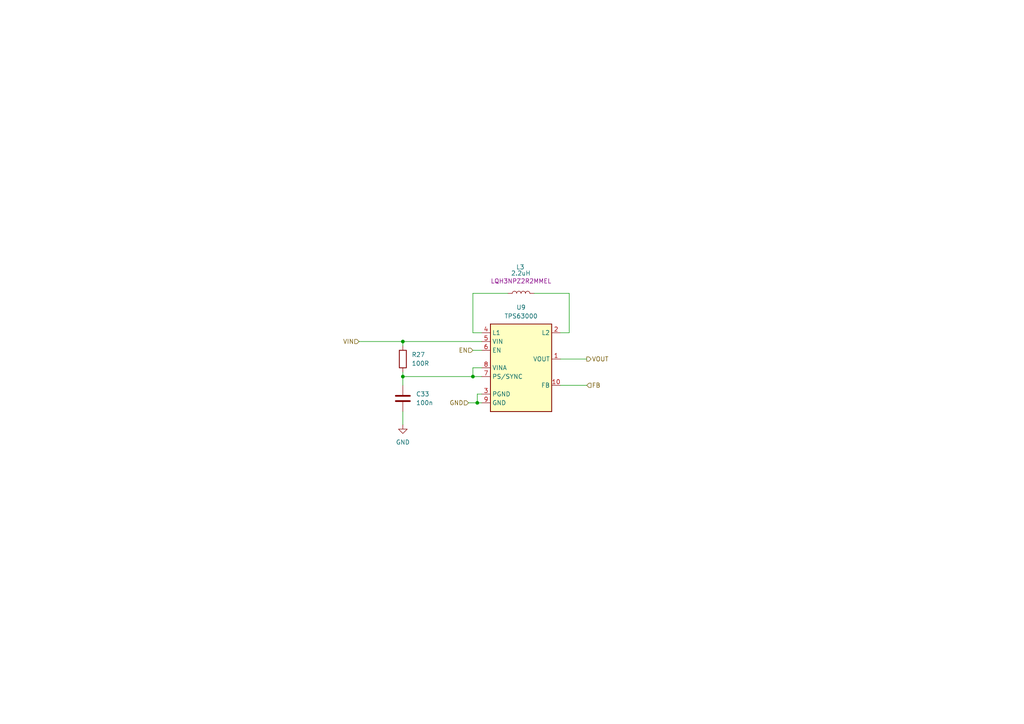
<source format=kicad_sch>
(kicad_sch (version 20250114) (generator "eeschema") (generator_version "9.0")
  (paper "A4")
  (lib_symbols
    (symbol "Device:C" (pin_numbers (hide yes)) (pin_names (offset 0.254))
      (property "Reference" "C" (at 0.635 2.54 0))
      (property "Value" "C" (at 0.635 -2.54 0))
      (symbol "C_0_1"
        (polyline (pts (xy -2.032 0.762) (xy 2.032 0.762)) (stroke (width 0.508)))
        (polyline (pts (xy -2.032 -0.762) (xy 2.032 -0.762)) (stroke (width 0.508)))
      )
      (symbol "C_1_1"
        (pin passive line (at 0 3.81 270) (length 2.794) (name "~") (number "1"))
        (pin passive line (at 0 -3.81 90) (length 2.794) (name "~") (number "2"))
      )
    )
    (symbol "Device:L" (pin_numbers (hide yes)) (pin_names (offset 1.016) (hide yes))
      (property "Reference" "L" (at -1.27 0 90))
      (property "Value" "L" (at 1.905 0 90))
      (symbol "L_0_1"
        (arc (start 0 2.54) (mid 0.6323 1.905) (end 0 1.27))
        (arc (start 0 1.27) (mid 0.6323 0.635) (end 0 0))
        (arc (start 0 0) (mid 0.6323 -0.635) (end 0 -1.27))
        (arc (start 0 -1.27) (mid 0.6323 -1.905) (end 0 -2.54))
      )
      (symbol "L_1_1"
        (pin passive line (at 0 3.81 270) (length 1.27) (name "1") (number "1"))
        (pin passive line (at 0 -3.81 90) (length 1.27) (name "2") (number "2"))
      )
    )
    (symbol "Device:R" (pin_numbers (hide yes)) (pin_names (offset 0))
      (property "Reference" "R" (at 2.032 0 90))
      (property "Value" "R" (at 0 0 90))
      (symbol "R_0_1"
        (rectangle (start -1.016 -2.54) (end 1.016 2.54) (stroke (width 0.254)))
      )
      (symbol "R_1_1"
        (pin passive line (at 0 3.81 270) (length 1.27) (name "~") (number "1"))
        (pin passive line (at 0 -3.81 90) (length 1.27) (name "~") (number "2"))
      )
    )
    (symbol "Regulator_Switching:TPS63000"
      (property "Reference" "U9" (at 1.016 17.78 0))
      (property "Value" "TPS63000" (at 1.016 15.24 0))
      (symbol "TPS63000_0_1"
        (rectangle (start -8.89 12.7) (end 8.89 -12.7) (stroke (width 0.254)) (fill (type background)))
      )
      (symbol "TPS63000_1_1"
        (pin input line (at -11.43 10.16 0) (length 2.54) (name "L1") (number "4"))
        (pin power_in line (at -11.43 7.62 0) (length 2.54) (name "VIN") (number "5"))
        (pin input line (at -11.43 5.08 0) (length 2.54) (name "EN") (number "6"))
        (pin power_in line (at -11.43 0 0) (length 2.54) (name "VINA") (number "8"))
        (pin input line (at -11.43 -2.54 0) (length 2.54) (name "PS/SYNC") (number "7"))
        (pin passive line (at -11.43 -7.62 0) (length 2.54) (hide yes) (name "PGND") (number "11"))
        (pin passive line (at -11.43 -7.62 0) (length 2.54) (hide yes) (name "PGND") (number "11_1"))
        (pin passive line (at -11.43 -7.62 0) (length 2.54) (hide yes) (name "PGND") (number "11_2"))
        (pin passive line (at -11.43 -7.62 0) (length 2.54) (hide yes) (name "PGND") (number "11_3"))
        (pin passive line (at -11.43 -7.62 0) (length 2.54) (hide yes) (name "PGND") (number "11_4"))
        (pin passive line (at -11.43 -7.62 0) (length 2.54) (hide yes) (name "PGND") (number "11_5"))
        (pin passive line (at -11.43 -7.62 0) (length 2.54) (hide yes) (name "PGND") (number "11_6"))
        (pin passive line (at -11.43 -7.62 0) (length 2.54) (hide yes) (name "PGND") (number "11_7"))
        (pin passive line (at -11.43 -7.62 0) (length 2.54) (hide yes) (name "PGND") (number "11_8"))
        (pin power_in line (at -11.43 -7.62 0) (length 2.54) (name "PGND") (number "3"))
        (pin power_in line (at -11.43 -10.16 0) (length 2.54) (name "GND") (number "9"))
        (pin input line (at 11.43 10.16 180) (length 2.54) (name "L2") (number "2"))
        (pin power_out line (at 11.43 2.54 180) (length 2.54) (name "VOUT") (number "1"))
        (pin input line (at 11.43 -5.08 180) (length 2.54) (name "FB") (number "10"))
      )
    )
    (symbol "power:GND" (power) (pin_numbers (hide yes)) (pin_names (offset 0) (hide yes))
      (property "Value" "GND" (at 0 -3.81 0))
      (symbol "GND_0_1"
        (polyline (pts (xy 0 0) (xy 0 -1.27) (xy 1.27 -1.27) (xy 0 -2.54) (xy -1.27 -1.27) (xy 0 -1.27)))
      )
      (symbol "GND_1_1"
        (pin power_in line (at 0 0 270) (length 0) (name "~") (number "1"))
      )
    )
  )
  (junction (at 138.43 116.84))
  (junction (at 116.84 99.06))
  (junction (at 116.84 109.22))
  (junction (at 137.16 109.22))
  (wire (pts (xy 104.14 99.06) (xy 116.84 99.06)))
  (wire (pts (xy 138.43 114.3) (xy 138.43 116.84)))
  (wire (pts (xy 139.7 114.3) (xy 138.43 114.3)))
  (wire (pts (xy 116.84 109.22) (xy 137.16 109.22)))
  (wire (pts (xy 137.16 106.68) (xy 137.16 109.22)))
  (wire (pts (xy 137.16 109.22) (xy 139.7 109.22)))
  (wire (pts (xy 135.89 116.84) (xy 138.43 116.84)))
  (wire (pts (xy 137.16 96.52) (xy 137.16 85.09)))
  (wire (pts (xy 170.18 104.14) (xy 162.56 104.14)))
  (wire (pts (xy 139.7 106.68) (xy 137.16 106.68)))
  (wire (pts (xy 116.84 107.95) (xy 116.84 109.22)))
  (wire (pts (xy 137.16 101.6) (xy 139.7 101.6)))
  (wire (pts (xy 154.94 85.09) (xy 165.1 85.09)))
  (wire (pts (xy 139.7 96.52) (xy 137.16 96.52)))
  (wire (pts (xy 116.84 119.38) (xy 116.84 123.19)))
  (wire (pts (xy 116.84 99.06) (xy 116.84 100.33)))
  (wire (pts (xy 138.43 116.84) (xy 139.7 116.84)))
  (wire (pts (xy 170.18 111.76) (xy 162.56 111.76)))
  (wire (pts (xy 116.84 99.06) (xy 139.7 99.06)))
  (wire (pts (xy 165.1 96.52) (xy 162.56 96.52)))
  (wire (pts (xy 137.16 85.09) (xy 147.32 85.09)))
  (wire (pts (xy 165.1 85.09) (xy 165.1 96.52)))
  (wire (pts (xy 116.84 109.22) (xy 116.84 111.76)))
  (hierarchical_label "VIN" (shape input) (at 104.14 99.06 180))
  (hierarchical_label "EN" (shape input) (at 137.16 101.6 180))
  (hierarchical_label "GND" (shape input) (at 135.89 116.84 180))
  (hierarchical_label "FB" (shape input) (at 170.18 111.76 0))
  (hierarchical_label "VOUT" (shape output) (at 170.18 104.14 0))
  (symbol (lib_id "Device:R") (at 116.84 104.14 0) (unit 1)
    (property "Reference" "R27" (at 119.38 102.8699 0) (effects (justify left)))
    (property "Value" "100R" (at 119.38 105.4099 0) (effects (justify left)))
    (property "Footprint" "Resistor_SMD:R_0805_2012Metric_Pad1.20x1.40mm_HandSolder" (effects (hide yes)))
    (property "Description" "Resistor" (effects (hide yes)))
  )
  (symbol (lib_id "Device:C") (at 116.84 115.57 0) (unit 1)
    (property "Reference" "C33" (at 120.65 114.2999 0) (effects (justify left)))
    (property "Value" "100n" (at 120.65 116.8399 0) (effects (justify left)))
    (property "Footprint" "Capacitor_SMD:C_0805_2012Metric_Pad1.18x1.45mm_HandSolder" (effects (hide yes)))
    (property "Description" "Unpolarized capacitor" (effects (hide yes)))
  )
  (symbol (lib_id "power:GND") (at 116.84 123.19 0) (unit 1)
    (property "Reference" "#PWR066" (effects (hide yes)))
    (property "Value" "GND" (at 116.84 128.27 0))
    (property "Description" "Power symbol creates a global label with name \"GND\" , ground" (effects (hide yes)))
  )
  (symbol (lib_id "Device:L") (at 151.13 85.09 270) (mirror x) (unit 1)
    (property "Reference" "L3" (at 152.146 77.47 90) (effects (justify right)))
    (property "Value" "2.2uH" (at 153.924 79.248 90) (effects (justify right)))
    (property "Footprint" "buckboost:IND_LQH3NPZ2R2MMEL" (effects (hide yes)))
    (property "Description" "Inductor" (effects (hide yes)))
    (property "MFG P/N" "LQH3NPZ2R2MMEL" (at 151.13 81.534 90))
  )
  (symbol (lib_id "Regulator_Switching:TPS63000") (at 151.13 106.68 0) (unit 1)
    (property "Reference" "U9" (at 151.13 89.154 0))
    (property "Value" "TPS63000" (at 151.13 91.694 0))
    (property "Footprint" "buckboost:CONV_TPS63000DRCR" (effects (hide yes)))
    (property "Datasheet" "http://www.ti.com/lit/ds/symlink/tps63000.pdf" (effects (hide yes)))
    (property "Description" "Buck-Boost Converter, 1.8-5.5V Input Voltage, 1.8A Switch Current, Adjustable 1.2-5.5V Output Voltage, VSON-10" (effects (hide yes)))
  )
)
</source>
